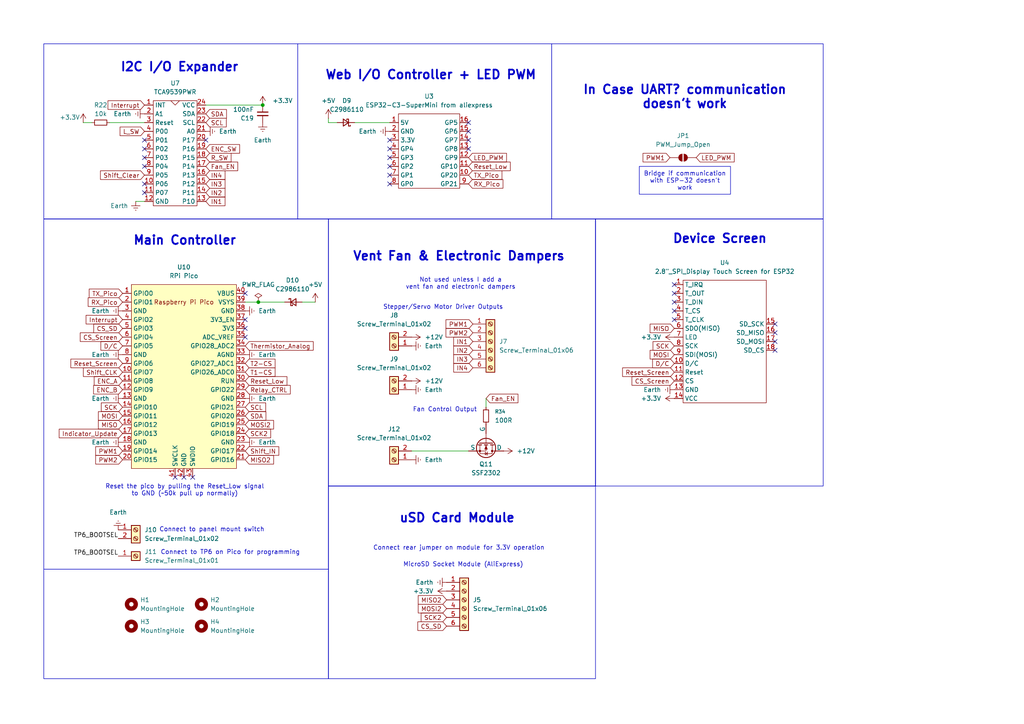
<source format=kicad_sch>
(kicad_sch (version 20250114) (generator "eeschema") (generator_version "9.0")
  (paper "A4")
  (lib_symbols
    (symbol "Arduino-Accesories:2.8{dblquote}_SPI_Display"
      (property "Reference" "U" (at 9.906 2.794 0))
      (property "Value" "2.8\"_SPI_Display Touch Screen for ESP32" (at 11.43 0.762 0))
      (symbol "2.8{dblquote}_SPI_Display_0_1"
        (rectangle (start -2.54 0) (end 21.59 -35.56))
      )
      (symbol "2.8{dblquote}_SPI_Display_1_1"
        (pin bidirectional line (at -5.08 -1.27 0) (length 2.54) (name "T_IRQ") (number "1"))
        (pin bidirectional line (at -5.08 -3.81 0) (length 2.54) (name "T_OUT") (number "2"))
        (pin bidirectional line (at -5.08 -6.35 0) (length 2.54) (name "T_DIN") (number "3"))
        (pin bidirectional line (at -5.08 -8.89 0) (length 2.54) (name "T_CS") (number "4"))
        (pin bidirectional line (at -5.08 -11.43 0) (length 2.54) (name "T_CLK") (number "5"))
        (pin bidirectional line (at -5.08 -13.97 0) (length 2.54) (name "SDO(MISO)") (number "6"))
        (pin bidirectional line (at -5.08 -16.51 0) (length 2.54) (name "LED") (number "7"))
        (pin bidirectional line (at -5.08 -19.05 0) (length 2.54) (name "SCK") (number "8"))
        (pin bidirectional line (at -5.08 -21.59 0) (length 2.54) (name "SDI(MOSI)") (number "9"))
        (pin bidirectional line (at -5.08 -24.13 0) (length 2.54) (name "D/C") (number "10"))
        (pin bidirectional line (at -5.08 -26.67 0) (length 2.54) (name "Reset") (number "11"))
        (pin bidirectional line (at -5.08 -29.21 0) (length 2.54) (name "CS") (number "12"))
        (pin bidirectional line (at -5.08 -31.75 0) (length 2.54) (name "GND") (number "13"))
        (pin bidirectional line (at -5.08 -34.29 0) (length 2.54) (name "VCC") (number "14"))
        (pin bidirectional line (at 24.13 -12.7 180) (length 2.54) (name "SD_SCK") (number "15"))
        (pin bidirectional line (at 24.13 -15.24 180) (length 2.54) (name "SD_MISO") (number "16"))
        (pin bidirectional line (at 24.13 -17.78 180) (length 2.54) (name "SD_MOSI") (number "17"))
        (pin bidirectional line (at 24.13 -20.32 180) (length 2.54) (name "SD_CS") (number "18"))
      )
    )
    (symbol "Connector:Screw_Terminal_01x01" (pin_names (offset 1.016) (hide yes))
      (property "Reference" "J" (at 0 2.54 0))
      (property "Value" "Screw_Terminal_01x01" (at 0 -2.54 0))
      (symbol "Screw_Terminal_01x01_1_1"
        (rectangle (start -1.27 1.27) (end 1.27 -1.27) (stroke (width 0.254)) (fill (type background)))
        (polyline (pts (xy -0.5334 0.3302) (xy 0.3302 -0.508)) (stroke (width 0.1524)))
        (polyline (pts (xy -0.3556 0.508) (xy 0.508 -0.3302)) (stroke (width 0.1524)))
        (circle (center 0 0) (radius 0.635) (stroke (width 0.1524)))
        (pin passive line (at -5.08 0 0) (length 3.81) (name "Pin_1") (number "1"))
      )
    )
    (symbol "Connector:Screw_Terminal_01x02" (pin_names (offset 1.016) (hide yes))
      (property "Reference" "J" (at 0 2.54 0))
      (property "Value" "Screw_Terminal_01x02" (at 0 -5.08 0))
      (symbol "Screw_Terminal_01x02_1_1"
        (rectangle (start -1.27 1.27) (end 1.27 -3.81) (stroke (width 0.254)) (fill (type background)))
        (polyline (pts (xy -0.5334 0.3302) (xy 0.3302 -0.508)) (stroke (width 0.1524)))
        (polyline (pts (xy -0.5334 -2.2098) (xy 0.3302 -3.048)) (stroke (width 0.1524)))
        (polyline (pts (xy -0.3556 0.508) (xy 0.508 -0.3302)) (stroke (width 0.1524)))
        (polyline (pts (xy -0.3556 -2.032) (xy 0.508 -2.8702)) (stroke (width 0.1524)))
        (circle (center 0 0) (radius 0.635) (stroke (width 0.1524)))
        (circle (center 0 -2.54) (radius 0.635) (stroke (width 0.1524)))
        (pin passive line (at -5.08 0 0) (length 3.81) (name "Pin_1") (number "1"))
        (pin passive line (at -5.08 -2.54 0) (length 3.81) (name "Pin_2") (number "2"))
      )
    )
    (symbol "Connector:Screw_Terminal_01x06" (pin_names (offset 1.016) (hide yes))
      (property "Reference" "J" (at 0 7.62 0))
      (property "Value" "Screw_Terminal_01x06" (at 0 -10.16 0))
      (symbol "Screw_Terminal_01x06_1_1"
        (rectangle (start -1.27 6.35) (end 1.27 -8.89) (stroke (width 0.254)) (fill (type background)))
        (polyline (pts (xy -0.5334 5.4102) (xy 0.3302 4.572)) (stroke (width 0.1524)))
        (polyline (pts (xy -0.5334 2.8702) (xy 0.3302 2.032)) (stroke (width 0.1524)))
        (polyline (pts (xy -0.5334 0.3302) (xy 0.3302 -0.508)) (stroke (width 0.1524)))
        (polyline (pts (xy -0.5334 -2.2098) (xy 0.3302 -3.048)) (stroke (width 0.1524)))
        (polyline (pts (xy -0.5334 -4.7498) (xy 0.3302 -5.588)) (stroke (width 0.1524)))
        (polyline (pts (xy -0.5334 -7.2898) (xy 0.3302 -8.128)) (stroke (width 0.1524)))
        (polyline (pts (xy -0.3556 5.588) (xy 0.508 4.7498)) (stroke (width 0.1524)))
        (polyline (pts (xy -0.3556 3.048) (xy 0.508 2.2098)) (stroke (width 0.1524)))
        (polyline (pts (xy -0.3556 0.508) (xy 0.508 -0.3302)) (stroke (width 0.1524)))
        (polyline (pts (xy -0.3556 -2.032) (xy 0.508 -2.8702)) (stroke (width 0.1524)))
        (polyline (pts (xy -0.3556 -4.572) (xy 0.508 -5.4102)) (stroke (width 0.1524)))
        (polyline (pts (xy -0.3556 -7.112) (xy 0.508 -7.9502)) (stroke (width 0.1524)))
        (circle (center 0 5.08) (radius 0.635) (stroke (width 0.1524)))
        (circle (center 0 2.54) (radius 0.635) (stroke (width 0.1524)))
        (circle (center 0 0) (radius 0.635) (stroke (width 0.1524)))
        (circle (center 0 -2.54) (radius 0.635) (stroke (width 0.1524)))
        (circle (center 0 -5.08) (radius 0.635) (stroke (width 0.1524)))
        (circle (center 0 -7.62) (radius 0.635) (stroke (width 0.1524)))
        (pin passive line (at -5.08 5.08 0) (length 3.81) (name "Pin_1") (number "1"))
        (pin passive line (at -5.08 2.54 0) (length 3.81) (name "Pin_2") (number "2"))
        (pin passive line (at -5.08 0 0) (length 3.81) (name "Pin_3") (number "3"))
        (pin passive line (at -5.08 -2.54 0) (length 3.81) (name "Pin_4") (number "4"))
        (pin passive line (at -5.08 -5.08 0) (length 3.81) (name "Pin_5") (number "5"))
        (pin passive line (at -5.08 -7.62 0) (length 3.81) (name "Pin_6") (number "6"))
      )
    )
    (symbol "Device:C_Small" (pin_numbers (hide yes)) (pin_names (offset 0.254) (hide yes))
      (property "Reference" "C" (at 0.254 1.778 0))
      (property "Value" "C_Small" (at 0.254 -2.032 0))
      (symbol "C_Small_0_1"
        (polyline (pts (xy -1.524 0.508) (xy 1.524 0.508)) (stroke (width 0.3048)))
        (polyline (pts (xy -1.524 -0.508) (xy 1.524 -0.508)) (stroke (width 0.3302)))
      )
      (symbol "C_Small_1_1"
        (pin passive line (at 0 2.54 270) (length 2.032) (name "~") (number "1"))
        (pin passive line (at 0 -2.54 90) (length 2.032) (name "~") (number "2"))
      )
    )
    (symbol "Device:D_Schottky_Small" (pin_numbers (hide yes)) (pin_names (offset 0.254) (hide yes))
      (property "Reference" "D" (at -1.27 2.032 0))
      (property "Value" "D_Schottky_Small" (at -7.112 -2.032 0))
      (symbol "D_Schottky_Small_0_1"
        (polyline (pts (xy -1.27 0.762) (xy -1.27 1.016) (xy -0.762 1.016) (xy -0.762 -1.016) (xy -0.254 -1.016) (xy -0.254 -0.762)) (stroke (width 0.254)))
        (polyline (pts (xy -0.762 0) (xy 0.762 0)))
        (polyline (pts (xy 0.762 -1.016) (xy -0.762 0) (xy 0.762 1.016) (xy 0.762 -1.016)) (stroke (width 0.254)))
      )
      (symbol "D_Schottky_Small_1_1"
        (pin passive line (at -2.54 0 0) (length 1.778) (name "K") (number "1"))
        (pin passive line (at 2.54 0 180) (length 1.778) (name "A") (number "2"))
      )
    )
    (symbol "Device:R_Small" (pin_numbers (hide yes)) (pin_names (offset 0.254) (hide yes))
      (property "Reference" "R" (at 0.762 0.508 0))
      (property "Value" "R_Small" (at 0.762 -1.016 0))
      (symbol "R_Small_0_1"
        (rectangle (start -0.762 1.778) (end 0.762 -1.778) (stroke (width 0.2032)))
      )
      (symbol "R_Small_1_1"
        (pin passive line (at 0 2.54 270) (length 0.762) (name "~") (number "1"))
        (pin passive line (at 0 -2.54 90) (length 0.762) (name "~") (number "2"))
      )
    )
    (symbol "ESP32:ESP32-C3-SuperMini"
      (property "Reference" "U" (at 0 1.016 0))
      (property "Value" "ESP32-C3-SuperMini from aliexpress" (at 0 1.016 0))
      (symbol "ESP32-C3-SuperMini_0_1"
        (rectangle (start -8.89 0) (end 8.89 -21.59))
      )
      (symbol "ESP32-C3-SuperMini_1_1"
        (pin bidirectional line (at -11.43 -2.54 0) (length 2.54) (name "5V") (number "1"))
        (pin bidirectional line (at -11.43 -5.08 0) (length 2.54) (name "GND") (number "2"))
        (pin bidirectional line (at -11.43 -7.62 0) (length 2.54) (name "3.3V") (number "3"))
        (pin bidirectional line (at -11.43 -10.16 0) (length 2.54) (name "GP4") (number "4"))
        (pin bidirectional line (at -11.43 -12.7 0) (length 2.54) (name "GP3") (number "5"))
        (pin bidirectional line (at -11.43 -15.24 0) (length 2.54) (name "GP2") (number "6"))
        (pin bidirectional line (at -11.43 -17.78 0) (length 2.54) (name "GP1") (number "7"))
        (pin bidirectional line (at -11.43 -20.32 0) (length 2.54) (name "GP0") (number "8"))
        (pin bidirectional line (at 11.43 -2.54 180) (length 2.54) (name "GP5") (number "16"))
        (pin bidirectional line (at 11.43 -5.08 180) (length 2.54) (name "GP6") (number "15"))
        (pin bidirectional line (at 11.43 -7.62 180) (length 2.54) (name "GP7") (number "14"))
        (pin bidirectional line (at 11.43 -10.16 180) (length 2.54) (name "GP8") (number "13"))
        (pin bidirectional line (at 11.43 -12.7 180) (length 2.54) (name "GP9") (number "12"))
        (pin bidirectional line (at 11.43 -15.24 180) (length 2.54) (name "GP10") (number "11"))
        (pin bidirectional line (at 11.43 -17.78 180) (length 2.54) (name "GP20") (number "10"))
        (pin bidirectional line (at 11.43 -20.32 180) (length 2.54) (name "GP21") (number "9"))
      )
    )
    (symbol "Integrated-Circuits:TCA9539PWR"
      (property "Reference" "U" (at 0 1.524 0))
      (property "Value" "TCA9539PWR" (at 0 0 0))
      (symbol "TCA9539PWR_0_1"
        (rectangle (start -6.35 -1.27) (end 6.35 -31.75))
        (polyline (pts (xy -1.27 -1.27) (xy 0 -2.54) (xy 1.27 -1.27)))
      )
      (symbol "TCA9539PWR_1_1"
        (pin bidirectional line (at -8.89 -2.54 0) (length 2.54) (name "INT") (number "1"))
        (pin bidirectional line (at -8.89 -5.08 0) (length 2.54) (name "A1") (number "2"))
        (pin bidirectional line (at -8.89 -7.62 0) (length 2.54) (name "Reset") (number "3"))
        (pin bidirectional line (at -8.89 -10.16 0) (length 2.54) (name "P00") (number "4"))
        (pin bidirectional line (at -8.89 -12.7 0) (length 2.54) (name "P01") (number "5"))
        (pin bidirectional line (at -8.89 -15.24 0) (length 2.54) (name "P02") (number "6"))
        (pin bidirectional line (at -8.89 -17.78 0) (length 2.54) (name "P03") (number "7"))
        (pin bidirectional line (at -8.89 -20.32 0) (length 2.54) (name "P04") (number "8"))
        (pin bidirectional line (at -8.89 -22.86 0) (length 2.54) (name "P05") (number "9"))
        (pin bidirectional line (at -8.89 -25.4 0) (length 2.54) (name "P06") (number "10"))
        (pin bidirectional line (at -8.89 -27.94 0) (length 2.54) (name "P07") (number "11"))
        (pin bidirectional line (at -8.89 -30.48 0) (length 2.54) (name "GND") (number "12"))
        (pin bidirectional line (at 8.89 -2.54 180) (length 2.54) (name "VCC") (number "24"))
        (pin bidirectional line (at 8.89 -5.08 180) (length 2.54) (name "SDA") (number "23"))
        (pin bidirectional line (at 8.89 -7.62 180) (length 2.54) (name "SCL") (number "22"))
        (pin bidirectional line (at 8.89 -10.16 180) (length 2.54) (name "A0") (number "21"))
        (pin bidirectional line (at 8.89 -12.7 180) (length 2.54) (name "P17") (number "20"))
        (pin bidirectional line (at 8.89 -15.24 180) (length 2.54) (name "P16") (number "19"))
        (pin bidirectional line (at 8.89 -17.78 180) (length 2.54) (name "P15") (number "18"))
        (pin bidirectional line (at 8.89 -20.32 180) (length 2.54) (name "P14") (number "17"))
        (pin bidirectional line (at 8.89 -22.86 180) (length 2.54) (name "P13") (number "16"))
        (pin bidirectional line (at 8.89 -25.4 180) (length 2.54) (name "P12") (number "15"))
        (pin bidirectional line (at 8.89 -27.94 180) (length 2.54) (name "P11") (number "14"))
        (pin bidirectional line (at 8.89 -30.48 180) (length 2.54) (name "P10") (number "13"))
      )
    )
    (symbol "Jumper:SolderJumper_2_Open" (pin_numbers (hide yes)) (pin_names (offset 0) (hide yes)) (exclude_from_sim yes) (in_bom no)
      (property "Reference" "JP" (at 0 2.032 0))
      (property "Value" "SolderJumper_2_Open" (at 0 -2.54 0))
      (symbol "SolderJumper_2_Open_0_1"
        (polyline (pts (xy -0.254 1.016) (xy -0.254 -1.016)))
        (arc (start -0.254 -1.016) (mid -1.2656 0) (end -0.254 1.016))
        (arc (start -0.254 -1.016) (mid -1.2656 0) (end -0.254 1.016) (fill (type outline)))
        (arc (start 0.254 1.016) (mid 1.2656 0) (end 0.254 -1.016))
        (arc (start 0.254 1.016) (mid 1.2656 0) (end 0.254 -1.016) (fill (type outline)))
        (polyline (pts (xy 0.254 1.016) (xy 0.254 -1.016)))
      )
      (symbol "SolderJumper_2_Open_1_1"
        (pin passive line (at -3.81 0 0) (length 2.54) (name "A") (number "1"))
        (pin passive line (at 3.81 0 180) (length 2.54) (name "B") (number "2"))
      )
    )
    (symbol "MCU_RaspberryPi_and_Boards:Pico"
      (property "Reference" "U" (at -13.97 27.94 0))
      (property "Value" "Pico" (at 0 19.05 0))
      (symbol "Pico_0_0"
        (text "Raspberry Pi Pico" (at 0 21.59 0) (effects (font (size 1.27 1.27))))
      )
      (symbol "Pico_0_1"
        (rectangle (start -15.24 26.67) (end 15.24 -26.67) (fill (type background)))
      )
      (symbol "Pico_1_1"
        (pin bidirectional line (at -17.78 24.13 0) (length 2.54) (name "GPIO0") (number "1"))
        (pin bidirectional line (at -17.78 21.59 0) (length 2.54) (name "GPIO1") (number "2"))
        (pin power_in line (at -17.78 19.05 0) (length 2.54) (name "GND") (number "3"))
        (pin bidirectional line (at -17.78 16.51 0) (length 2.54) (name "GPIO2") (number "4"))
        (pin bidirectional line (at -17.78 13.97 0) (length 2.54) (name "GPIO3") (number "5"))
        (pin bidirectional line (at -17.78 11.43 0) (length 2.54) (name "GPIO4") (number "6"))
        (pin bidirectional line (at -17.78 8.89 0) (length 2.54) (name "GPIO5") (number "7"))
        (pin power_in line (at -17.78 6.35 0) (length 2.54) (name "GND") (number "8"))
        (pin bidirectional line (at -17.78 3.81 0) (length 2.54) (name "GPIO6") (number "9"))
        (pin bidirectional line (at -17.78 1.27 0) (length 2.54) (name "GPIO7") (number "10"))
        (pin bidirectional line (at -17.78 -1.27 0) (length 2.54) (name "GPIO8") (number "11"))
        (pin bidirectional line (at -17.78 -3.81 0) (length 2.54) (name "GPIO9") (number "12"))
        (pin power_in line (at -17.78 -6.35 0) (length 2.54) (name "GND") (number "13"))
        (pin bidirectional line (at -17.78 -8.89 0) (length 2.54) (name "GPIO10") (number "14"))
        (pin bidirectional line (at -17.78 -11.43 0) (length 2.54) (name "GPIO11") (number "15"))
        (pin bidirectional line (at -17.78 -13.97 0) (length 2.54) (name "GPIO12") (number "16"))
        (pin bidirectional line (at -17.78 -16.51 0) (length 2.54) (name "GPIO13") (number "17"))
        (pin power_in line (at -17.78 -19.05 0) (length 2.54) (name "GND") (number "18"))
        (pin bidirectional line (at -17.78 -21.59 0) (length 2.54) (name "GPIO14") (number "19"))
        (pin bidirectional line (at -17.78 -24.13 0) (length 2.54) (name "GPIO15") (number "20"))
        (pin input line (at -2.54 -29.21 90) (length 2.54) (name "SWCLK") (number "41"))
        (pin power_in line (at 0 -29.21 90) (length 2.54) (name "GND") (number "42"))
        (pin bidirectional line (at 2.54 -29.21 90) (length 2.54) (name "SWDIO") (number "43"))
        (pin power_in line (at 17.78 24.13 180) (length 2.54) (name "VBUS") (number "40"))
        (pin power_in line (at 17.78 21.59 180) (length 2.54) (name "VSYS") (number "39"))
        (pin bidirectional line (at 17.78 19.05 180) (length 2.54) (name "GND") (number "38"))
        (pin input line (at 17.78 16.51 180) (length 2.54) (name "3V3_EN") (number "37"))
        (pin power_in line (at 17.78 13.97 180) (length 2.54) (name "3V3") (number "36"))
        (pin power_in line (at 17.78 11.43 180) (length 2.54) (name "ADC_VREF") (number "35"))
        (pin bidirectional line (at 17.78 8.89 180) (length 2.54) (name "GPIO28_ADC2") (number "34"))
        (pin power_in line (at 17.78 6.35 180) (length 2.54) (name "AGND") (number "33"))
        (pin bidirectional line (at 17.78 3.81 180) (length 2.54) (name "GPIO27_ADC1") (number "32"))
        (pin bidirectional line (at 17.78 1.27 180) (length 2.54) (name "GPIO26_ADC0") (number "31"))
        (pin input line (at 17.78 -1.27 180) (length 2.54) (name "RUN") (number "30"))
        (pin bidirectional line (at 17.78 -3.81 180) (length 2.54) (name "GPIO22") (number "29"))
        (pin power_in line (at 17.78 -6.35 180) (length 2.54) (name "GND") (number "28"))
        (pin bidirectional line (at 17.78 -8.89 180) (length 2.54) (name "GPIO21") (number "27"))
        (pin bidirectional line (at 17.78 -11.43 180) (length 2.54) (name "GPIO20") (number "26"))
        (pin bidirectional line (at 17.78 -13.97 180) (length 2.54) (name "GPIO19") (number "25"))
        (pin bidirectional line (at 17.78 -16.51 180) (length 2.54) (name "GPIO18") (number "24"))
        (pin power_in line (at 17.78 -19.05 180) (length 2.54) (name "GND") (number "23"))
        (pin bidirectional line (at 17.78 -21.59 180) (length 2.54) (name "GPIO17") (number "22"))
        (pin bidirectional line (at 17.78 -24.13 180) (length 2.54) (name "GPIO16") (number "21"))
      )
    )
    (symbol "Mechanical:MountingHole" (pin_names (offset 1.016)) (exclude_from_sim yes) (in_bom no)
      (property "Reference" "H" (at 0 5.08 0))
      (property "Value" "MountingHole" (at 0 3.175 0))
      (symbol "MountingHole_0_1"
        (circle (center 0 0) (radius 1.27) (stroke (width 1.27)))
      )
    )
    (symbol "R_Small_1" (pin_numbers (hide yes)) (pin_names (offset 0.254) (hide yes))
      (property "Reference" "R" (at 0 0 90))
      (property "Value" "R_Small" (at 1.778 0 90))
      (symbol "R_Small_1_0_1"
        (rectangle (start -0.762 1.778) (end 0.762 -1.778) (stroke (width 0.2032)))
      )
      (symbol "R_Small_1_1_1"
        (pin passive line (at 0 2.54 270) (length 0.762) (name "~") (number "1"))
        (pin passive line (at 0 -2.54 90) (length 0.762) (name "~") (number "2"))
      )
    )
    (symbol "Simulation_SPICE:NMOS" (pin_numbers (hide yes)) (pin_names (offset 0))
      (property "Reference" "Q" (at 5.08 1.27 0))
      (property "Value" "NMOS" (at 5.08 -1.27 0))
      (symbol "NMOS_0_1"
        (polyline (pts (xy 0.254 1.905) (xy 0.254 -1.905)) (stroke (width 0.254)))
        (polyline (pts (xy 0.254 0) (xy -2.54 0)))
        (polyline (pts (xy 0.762 2.286) (xy 0.762 1.27)) (stroke (width 0.254)))
        (polyline (pts (xy 0.762 0.508) (xy 0.762 -0.508)) (stroke (width 0.254)))
        (polyline (pts (xy 0.762 -1.27) (xy 0.762 -2.286)) (stroke (width 0.254)))
        (polyline (pts (xy 0.762 -1.778) (xy 3.302 -1.778) (xy 3.302 1.778) (xy 0.762 1.778)))
        (polyline (pts (xy 1.016 0) (xy 2.032 0.381) (xy 2.032 -0.381) (xy 1.016 0)) (fill (type outline)))
        (circle (center 1.651 0) (radius 2.794) (stroke (width 0.254)))
        (polyline (pts (xy 2.54 2.54) (xy 2.54 1.778)))
        (circle (center 2.54 1.778) (radius 0.254) (fill (type outline)))
        (circle (center 2.54 -1.778) (radius 0.254) (fill (type outline)))
        (polyline (pts (xy 2.54 -2.54) (xy 2.54 0) (xy 0.762 0)))
        (polyline (pts (xy 2.794 0.508) (xy 2.921 0.381) (xy 3.683 0.381) (xy 3.81 0.254)))
        (polyline (pts (xy 3.302 0.381) (xy 2.921 -0.254) (xy 3.683 -0.254) (xy 3.302 0.381)))
      )
      (symbol "NMOS_1_1"
        (pin input line (at -5.08 0 0) (length 2.54) (name "G") (number "2"))
        (pin passive line (at 2.54 5.08 270) (length 2.54) (name "D") (number "1"))
        (pin passive line (at 2.54 -5.08 90) (length 2.54) (name "S") (number "3"))
      )
    )
    (symbol "power:+12V" (power) (pin_numbers (hide yes)) (pin_names (offset 0) (hide yes))
      (property "Value" "+12V" (at 0 3.556 0))
      (symbol "+12V_0_1"
        (polyline (pts (xy -0.762 1.27) (xy 0 2.54)))
        (polyline (pts (xy 0 2.54) (xy 0.762 1.27)))
        (polyline (pts (xy 0 0) (xy 0 2.54)))
      )
      (symbol "+12V_1_1"
        (pin power_in line (at 0 0 90) (length 0) (name "~") (number "1"))
      )
    )
    (symbol "power:+3.3V" (power) (pin_numbers (hide yes)) (pin_names (offset 0) (hide yes))
      (property "Value" "+3.3V" (at 0 3.556 0))
      (symbol "+3.3V_0_1"
        (polyline (pts (xy -0.762 1.27) (xy 0 2.54)))
        (polyline (pts (xy 0 2.54) (xy 0.762 1.27)))
        (polyline (pts (xy 0 0) (xy 0 2.54)))
      )
      (symbol "+3.3V_1_1"
        (pin power_in line (at 0 0 90) (length 0) (name "~") (number "1"))
      )
    )
    (symbol "power:+5V" (power) (pin_numbers (hide yes)) (pin_names (offset 0) (hide yes))
      (property "Value" "+5V" (at 0 3.556 0))
      (symbol "+5V_0_1"
        (polyline (pts (xy -0.762 1.27) (xy 0 2.54)))
        (polyline (pts (xy 0 2.54) (xy 0.762 1.27)))
        (polyline (pts (xy 0 0) (xy 0 2.54)))
      )
      (symbol "+5V_1_1"
        (pin power_in line (at 0 0 90) (length 0) (name "~") (number "1"))
      )
    )
    (symbol "power:Earth" (power) (pin_numbers (hide yes)) (pin_names (offset 0) (hide yes))
      (property "Value" "Earth" (at 0 -3.81 0))
      (symbol "Earth_0_1"
        (polyline (pts (xy -0.635 -1.905) (xy 0.635 -1.905)))
        (polyline (pts (xy -0.127 -2.54) (xy 0.127 -2.54)))
        (polyline (pts (xy 0 -1.27) (xy 0 0)))
        (polyline (pts (xy 1.27 -1.27) (xy -1.27 -1.27)))
      )
      (symbol "Earth_1_1"
        (pin power_in line (at 0 0 270) (length 0) (name "~") (number "1"))
      )
    )
    (symbol "power:PWR_FLAG" (power) (pin_numbers (hide yes)) (pin_names (offset 0) (hide yes))
      (property "Value" "PWR_FLAG" (at 0 3.81 0))
      (symbol "PWR_FLAG_0_0"
        (pin power_out line (at 0 0 90) (length 0) (name "~") (number "1"))
      )
      (symbol "PWR_FLAG_0_1"
        (polyline (pts (xy 0 0) (xy 0 1.27) (xy -1.016 1.905) (xy 0 2.54) (xy 1.016 1.905) (xy 0 1.27)))
      )
    )
  )
  (rectangle (start 95.25 140.97) (end 172.72 196.85))
  (rectangle (start 12.7 63.5) (end 95.25 165.1))
  (rectangle (start 12.7 165.1) (end 95.25 196.85))
  (rectangle (start 172.72 63.5) (end 238.76 140.97))
  (rectangle (start 12.7 12.7) (end 86.36 63.5))
  (rectangle (start 95.25 63.5) (end 172.72 140.97))
  (rectangle (start 160.02 12.7) (end 238.76 63.5))
  (rectangle (start 86.36 12.7) (end 160.02 63.5))
  (text "Main Controller" (at 53.594 69.85 0) (effects (font (size 2.54 2.54) (thickness 0.508) (bold yes))))
  (text "I2C I/O Expander" (at 52.07 19.558 0) (effects (font (size 2.54 2.54) (thickness 0.508) (bold yes))))
  (text "Connect rear jumper on module for 3.3V operation" (at 133.096 159.004 0) (effects (font (size 1.27 1.27))))
  (text "Device Screen" (at 208.788 69.342 0) (effects (font (size 2.54 2.54) (thickness 0.508) (bold yes))))
  (text "uSD Card Module" (at 132.588 150.368 0) (effects (font (size 2.54 2.54) (thickness 0.508) (bold yes))))
  (text "MicroSD Socket Module (AliExpress)" (at 134.366 163.83 0) (effects (font (size 1.27 1.27))))
  (text "In Case UART? communication\ndoesn't work" (at 198.628 28.194 0) (effects (font (size 2.54 2.54) (thickness 0.508) (bold yes))))
  (text "Not used unless I add a\nvent fan and electronic dampers" (at 133.604 82.296 0) (effects (font (size 1.27 1.27))))
  (text "Fan Control Output" (at 129.032 118.872 0) (effects (font (size 1.27 1.27))))
  (text "Web I/O Controller + LED PWM" (at 124.968 21.844 0) (effects (font (size 2.54 2.54) (thickness 0.508) (bold yes))))
  (text "Reset the pico by pulling the Reset_Low signal\nto GND (~50k pull up normally)" (at 53.594 142.24 0) (effects (font (size 1.27 1.27) (thickness 0.1588))))
  (text "Connect to panel mount switch" (at 61.468 153.67 0) (effects (font (size 1.27 1.27) (thickness 0.1588))))
  (text "Vent Fan & Electronic Dampers" (at 133.096 74.422 0) (effects (font (size 2.54 2.54) (thickness 0.508) (bold yes))))
  (text "Connect to TP6 on Pico for programming" (at 66.802 160.274 0) (effects (font (size 1.27 1.27) (thickness 0.1588))))
  (text "Stepper/Servo Motor Driver Outputs" (at 128.524 89.154 0) (effects (font (size 1.27 1.27))))
  (text_box "Bridge if communication with ESP-32 doesn't work" (at 185.42 48.26 0) (size 26.4627 8.0701) (margins 0.9525 0.9525 0.9525 0.9525) (effects (font (size 1.27 1.27))))
  (junction (at 74.93 87.63))
  (junction (at 76.2 30.48))
  (no_connect (at 195.58 90.17))
  (no_connect (at 195.58 92.71))
  (no_connect (at 195.58 87.63))
  (no_connect (at 224.79 99.06))
  (no_connect (at 113.03 53.34))
  (no_connect (at 135.89 40.64))
  (no_connect (at 135.89 35.56))
  (no_connect (at 41.91 48.26))
  (no_connect (at 59.69 40.64))
  (no_connect (at 113.03 43.18))
  (no_connect (at 55.88 138.43))
  (no_connect (at 71.12 97.79))
  (no_connect (at 71.12 85.09))
  (no_connect (at 113.03 40.64))
  (no_connect (at 41.91 55.88))
  (no_connect (at 113.03 50.8))
  (no_connect (at 41.91 43.18))
  (no_connect (at 71.12 92.71))
  (no_connect (at 41.91 53.34))
  (no_connect (at 50.8 138.43))
  (no_connect (at 224.79 101.6))
  (no_connect (at 135.89 43.18))
  (no_connect (at 41.91 40.64))
  (no_connect (at 113.03 48.26))
  (no_connect (at 41.91 45.72))
  (no_connect (at 71.12 95.25))
  (no_connect (at 53.34 138.43))
  (no_connect (at 224.79 96.52))
  (no_connect (at 195.58 85.09))
  (no_connect (at 224.79 93.98))
  (no_connect (at 195.58 82.55))
  (no_connect (at 113.03 45.72))
  (no_connect (at 135.89 38.1))
  (wire (pts (xy 31.75 35.56) (xy 41.91 35.56)))
  (wire (pts (xy 24.13 35.56) (xy 26.67 35.56)))
  (wire (pts (xy 71.12 87.63) (xy 74.93 87.63)))
  (wire (pts (xy 59.69 30.48) (xy 76.2 30.48)))
  (wire (pts (xy 95.25 35.56) (xy 97.79 35.56)))
  (wire (pts (xy 95.25 34.29) (xy 95.25 35.56)))
  (wire (pts (xy 119.38 130.81) (xy 135.89 130.81)))
  (wire (pts (xy 39.37 58.42) (xy 41.91 58.42)))
  (wire (pts (xy 74.93 87.63) (xy 82.55 87.63)))
  (wire (pts (xy 140.97 115.57) (xy 140.97 118.11)))
  (wire (pts (xy 87.63 87.63) (xy 91.44 87.63)))
  (wire (pts (xy 102.87 35.56) (xy 113.03 35.56)))
  (label "TP6_BOOTSEL" (at 34.29 161.29 180) (effects (font (thickness 0.1588))))
  (label "TP6_BOOTSEL" (at 34.29 156.21 180) (effects (font (thickness 0.1588))))
  (global_label "MOSI2" (shape input) (at 129.54 176.53 180) (property "Intersheetrefs" "${INTERSHEET_REFS}" (effects (hide yes))))
  (global_label "RX_Pico" (shape input) (at 35.56 87.63 180) (property "Intersheetrefs" "${INTERSHEET_REFS}" (effects (hide yes))))
  (global_label "IN4" (shape input) (at 59.69 50.8 0) (property "Intersheetrefs" "${INTERSHEET_REFS}" (effects (hide yes))))
  (global_label "Reset_Low" (shape input) (at 71.12 110.49 0) (property "Intersheetrefs" "${INTERSHEET_REFS}" (effects (hide yes))))
  (global_label "SCK2" (shape input) (at 129.54 179.07 180) (property "Intersheetrefs" "${INTERSHEET_REFS}" (effects (hide yes))))
  (global_label "PWM2" (shape input) (at 35.56 133.35 180) (property "Intersheetrefs" "${INTERSHEET_REFS}" (effects (hide yes))))
  (global_label "LED_PWM" (shape input) (at 201.93 45.72 0) (property "Intersheetrefs" "${INTERSHEET_REFS}" (effects (hide yes))))
  (global_label "MISO" (shape input) (at 195.58 95.25 180) (property "Intersheetrefs" "${INTERSHEET_REFS}" (effects (hide yes))))
  (global_label "SCK" (shape input) (at 35.56 118.11 180) (property "Intersheetrefs" "${INTERSHEET_REFS}" (effects (hide yes))))
  (global_label "TX_Pico" (shape input) (at 35.56 85.09 180) (property "Intersheetrefs" "${INTERSHEET_REFS}" (effects (hide yes))))
  (global_label "IN4" (shape input) (at 137.16 106.68 180) (property "Intersheetrefs" "${INTERSHEET_REFS}" (effects (hide yes))))
  (global_label "MISO2" (shape input) (at 71.12 133.35 0) (property "Intersheetrefs" "${INTERSHEET_REFS}" (effects (hide yes))))
  (global_label "PWM1" (shape input) (at 35.56 130.81 180) (property "Intersheetrefs" "${INTERSHEET_REFS}" (effects (hide yes))))
  (global_label "Fan_EN" (shape input) (at 59.69 48.26 0) (property "Intersheetrefs" "${INTERSHEET_REFS}" (effects (hide yes))))
  (global_label "ENC_A" (shape input) (at 35.56 110.49 180) (property "Intersheetrefs" "${INTERSHEET_REFS}" (effects (hide yes))))
  (global_label "SCK" (shape input) (at 195.58 100.33 180) (property "Intersheetrefs" "${INTERSHEET_REFS}" (effects (hide yes))))
  (global_label "L_SW" (shape input) (at 41.91 38.1 180) (property "Intersheetrefs" "${INTERSHEET_REFS}" (effects (hide yes))))
  (global_label "Shift_IN" (shape input) (at 71.12 130.81 0) (property "Intersheetrefs" "${INTERSHEET_REFS}" (effects (hide yes))))
  (global_label "CS_Screen" (shape input) (at 195.58 110.49 180) (property "Intersheetrefs" "${INTERSHEET_REFS}" (effects (hide yes))))
  (global_label "PWM2" (shape input) (at 137.16 96.52 180) (property "Intersheetrefs" "${INTERSHEET_REFS}" (effects (hide yes))))
  (global_label "Reset_Screen" (shape input) (at 35.56 105.41 180) (property "Intersheetrefs" "${INTERSHEET_REFS}" (effects (hide yes))))
  (global_label "Interrupt" (shape input) (at 35.56 92.71 180) (property "Intersheetrefs" "${INTERSHEET_REFS}" (effects (hide yes))))
  (global_label "IN1" (shape input) (at 137.16 99.06 180) (property "Intersheetrefs" "${INTERSHEET_REFS}" (effects (hide yes))))
  (global_label "D{slash}C" (shape input) (at 35.56 100.33 180) (property "Intersheetrefs" "${INTERSHEET_REFS}" (effects (hide yes))))
  (global_label "Shift_CLK" (shape input) (at 35.56 107.95 180) (property "Intersheetrefs" "${INTERSHEET_REFS}" (effects (hide yes))))
  (global_label "SDA" (shape input) (at 71.12 120.65 0) (property "Intersheetrefs" "${INTERSHEET_REFS}" (effects (hide yes))))
  (global_label "Interrupt" (shape input) (at 41.91 30.48 180) (property "Intersheetrefs" "${INTERSHEET_REFS}" (effects (hide yes))))
  (global_label "MISO2" (shape input) (at 129.54 173.99 180) (property "Intersheetrefs" "${INTERSHEET_REFS}" (effects (hide yes))))
  (global_label "MOSI2" (shape input) (at 71.12 123.19 0) (property "Intersheetrefs" "${INTERSHEET_REFS}" (effects (hide yes))))
  (global_label "R_SW" (shape input) (at 59.69 45.72 0) (property "Intersheetrefs" "${INTERSHEET_REFS}" (effects (hide yes))))
  (global_label "TX_Pico" (shape input) (at 135.89 50.8 0) (property "Intersheetrefs" "${INTERSHEET_REFS}" (effects (hide yes))))
  (global_label "T2-CS" (shape input) (at 71.12 105.41 0) (property "Intersheetrefs" "${INTERSHEET_REFS}" (effects (hide yes))))
  (global_label "Fan_EN" (shape input) (at 140.97 115.57 0) (property "Intersheetrefs" "${INTERSHEET_REFS}" (effects (hide yes))))
  (global_label "SCK2" (shape input) (at 71.12 125.73 0) (property "Intersheetrefs" "${INTERSHEET_REFS}" (effects (hide yes))))
  (global_label "IN1" (shape input) (at 59.69 58.42 0) (property "Intersheetrefs" "${INTERSHEET_REFS}" (effects (hide yes))))
  (global_label "IN3" (shape input) (at 59.69 53.34 0) (property "Intersheetrefs" "${INTERSHEET_REFS}" (effects (hide yes))))
  (global_label "CS_Screen" (shape input) (at 35.56 97.79 180) (property "Intersheetrefs" "${INTERSHEET_REFS}" (effects (hide yes))))
  (global_label "Shift_Clear" (shape input) (at 41.91 50.8 180) (property "Intersheetrefs" "${INTERSHEET_REFS}" (effects (hide yes))))
  (global_label "LED_PWM" (shape input) (at 135.89 45.72 0) (property "Intersheetrefs" "${INTERSHEET_REFS}" (effects (hide yes))))
  (global_label "CS_SD" (shape input) (at 129.54 181.61 180) (property "Intersheetrefs" "${INTERSHEET_REFS}" (effects (hide yes))))
  (global_label "PWM1" (shape input) (at 194.31 45.72 180) (property "Intersheetrefs" "${INTERSHEET_REFS}" (effects (hide yes))))
  (global_label "IN3" (shape input) (at 137.16 104.14 180) (property "Intersheetrefs" "${INTERSHEET_REFS}" (effects (hide yes))))
  (global_label "ENC_SW" (shape input) (at 59.69 43.18 0) (property "Intersheetrefs" "${INTERSHEET_REFS}" (effects (hide yes))))
  (global_label "IN2" (shape input) (at 137.16 101.6 180) (property "Intersheetrefs" "${INTERSHEET_REFS}" (effects (hide yes))))
  (global_label "SCL" (shape input) (at 71.12 118.11 0) (property "Intersheetrefs" "${INTERSHEET_REFS}" (effects (hide yes))))
  (global_label "Indicator_Update" (shape input) (at 35.56 125.73 180) (property "Intersheetrefs" "${INTERSHEET_REFS}" (effects (hide yes))))
  (global_label "PWM1" (shape input) (at 137.16 93.98 180) (property "Intersheetrefs" "${INTERSHEET_REFS}" (effects (hide yes))))
  (global_label "Reset_Screen" (shape input) (at 195.58 107.95 180) (property "Intersheetrefs" "${INTERSHEET_REFS}" (effects (hide yes))))
  (global_label "T1-CS" (shape input) (at 71.12 107.95 0) (property "Intersheetrefs" "${INTERSHEET_REFS}" (effects (hide yes))))
  (global_label "CS_SD" (shape input) (at 35.56 95.25 180) (property "Intersheetrefs" "${INTERSHEET_REFS}" (effects (hide yes))))
  (global_label "Thermistor_Analog" (shape input) (at 71.12 100.33 0) (property "Intersheetrefs" "${INTERSHEET_REFS}" (effects (hide yes))))
  (global_label "D{slash}C" (shape input) (at 195.58 105.41 180) (property "Intersheetrefs" "${INTERSHEET_REFS}" (effects (hide yes))))
  (global_label "SDA" (shape input) (at 59.69 33.02 0) (property "Intersheetrefs" "${INTERSHEET_REFS}" (effects (hide yes))))
  (global_label "MOSI" (shape input) (at 195.58 102.87 180) (property "Intersheetrefs" "${INTERSHEET_REFS}" (effects (hide yes))))
  (global_label "Relay_CTRL" (shape input) (at 71.12 113.03 0) (property "Intersheetrefs" "${INTERSHEET_REFS}" (effects (hide yes))))
  (global_label "MISO" (shape input) (at 35.56 123.19 180) (property "Intersheetrefs" "${INTERSHEET_REFS}" (effects (hide yes))))
  (global_label "MOSI" (shape input) (at 35.56 120.65 180) (property "Intersheetrefs" "${INTERSHEET_REFS}" (effects (hide yes))))
  (global_label "Reset_Low" (shape input) (at 135.89 48.26 0) (property "Intersheetrefs" "${INTERSHEET_REFS}" (effects (hide yes))))
  (global_label "IN2" (shape input) (at 59.69 55.88 0) (property "Intersheetrefs" "${INTERSHEET_REFS}" (effects (hide yes))))
  (global_label "RX_Pico" (shape input) (at 135.89 53.34 0) (property "Intersheetrefs" "${INTERSHEET_REFS}" (effects (hide yes))))
  (global_label "ENC_B" (shape input) (at 35.56 113.03 180) (property "Intersheetrefs" "${INTERSHEET_REFS}" (effects (hide yes))))
  (global_label "SCL" (shape input) (at 59.69 35.56 0) (property "Intersheetrefs" "${INTERSHEET_REFS}" (effects (hide yes))))
  (symbol (lib_id "Connector:Screw_Terminal_01x02") (at 114.3 100.33 180) (unit 1)
    (property "Reference" "J8" (at 114.3 91.44 0))
    (property "Value" "Screw_Terminal_01x02" (at 114.3 93.98 0))
    (property "Footprint" "Connectors_Terminals:1x2 5.08mm Screw Terminal" (effects (hide yes)))
    (property "Description" "Generic screw terminal, single row, 01x02, script generated (kicad-library-utils/schlib/autogen/connector/)" (effects (hide yes)))
  )
  (symbol (lib_id "power:+12V") (at 119.38 110.49 270) (unit 1)
    (property "Reference" "#PWR060" (effects (hide yes)))
    (property "Value" "+12V" (at 123.19 110.4901 90) (effects (justify left)))
    (property "Description" "Power symbol creates a global label with name \"+12V\"" (effects (hide yes)))
  )
  (symbol (lib_id "power:Earth") (at 71.12 102.87 90) (unit 1)
    (property "Reference" "#PWR076" (effects (hide yes)))
    (property "Value" "Earth" (at 74.93 102.8699 90) (effects (justify right)))
    (property "Description" "Power symbol creates a global label with name \"Earth\"" (effects (hide yes)))
  )
  (symbol (lib_id "power:Earth") (at 71.12 115.57 90) (unit 1)
    (property "Reference" "#PWR075" (effects (hide yes)))
    (property "Value" "Earth" (at 74.93 115.5699 90) (effects (justify right)))
    (property "Description" "Power symbol creates a global label with name \"Earth\"" (effects (hide yes)))
  )
  (symbol (lib_id "power:+3.3V") (at 24.13 35.56 0) (unit 1)
    (property "Reference" "#PWR064" (effects (hide yes)))
    (property "Value" "+3.3V" (at 17.272 34.036 0) (effects (justify left)))
    (property "Description" "Power symbol creates a global label with name \"+3.3V\"" (effects (hide yes)))
  )
  (symbol (lib_id "Mechanical:MountingHole") (at 38.1 175.26 0) (unit 1) (exclude_from_sim yes) (in_bom no)
    (property "Reference" "H1" (at 40.64 173.9899 0) (effects (justify left)))
    (property "Value" "MountingHole" (at 40.64 176.5299 0) (effects (justify left)))
    (property "Footprint" "MountingHole:MountingHole_4mm_Pad" (effects (hide yes)))
    (property "Description" "Mounting Hole without connection" (effects (hide yes)))
  )
  (symbol (lib_id "power:Earth") (at 39.37 58.42 0) (unit 1)
    (property "Reference" "#PWR066" (effects (hide yes)))
    (property "Value" "Earth" (at 32.004 59.69 0) (effects (justify left)))
    (property "Description" "Power symbol creates a global label with name \"Earth\"" (effects (hide yes)))
  )
  (symbol (lib_id "power:+3.3V") (at 129.54 171.45 90) (unit 1)
    (property "Reference" "#PWR027" (effects (hide yes)))
    (property "Value" "+3.3V" (at 125.73 171.4499 90) (effects (justify left)))
    (property "Description" "Power symbol creates a global label with name \"+3.3V\"" (effects (hide yes)))
  )
  (symbol (lib_id "Device:D_Schottky_Small") (at 85.09 87.63 0) (unit 1)
    (property "Reference" "D10" (at 84.836 81.28 0))
    (property "Value" "C2986110" (at 84.836 83.82 0))
    (property "Footprint" "Diode_SMD:D_SMA_Handsoldering" (effects (hide yes)))
    (property "Description" "Schottky diode, small symbol" (effects (hide yes)))
  )
  (symbol (lib_id "power:+3.3V") (at 195.58 97.79 90) (unit 1)
    (property "Reference" "#PWR017" (effects (hide yes)))
    (property "Value" "+3.3V" (at 191.77 97.7899 90) (effects (justify left)))
    (property "Description" "Power symbol creates a global label with name \"+3.3V\"" (effects (hide yes)))
  )
  (symbol (lib_name "R_Small_1") (lib_id "Device:R_Small") (at 140.97 120.65 180) (unit 1)
    (property "Reference" "R34" (at 143.51 119.3799 0) (effects (font (size 1.016 1.016)) (justify right)))
    (property "Value" "100R" (at 143.51 121.9199 0) (effects (justify right)))
    (property "Footprint" "Resistor_SMD:R_0603_1608Metric_Pad0.98x0.95mm_HandSolder" (effects (hide yes)))
    (property "Description" "Resistor, small symbol" (effects (hide yes)))
  )
  (symbol (lib_id "Connector:Screw_Terminal_01x06") (at 134.62 173.99 0) (unit 1)
    (property "Reference" "J5" (at 137.16 173.9899 0) (effects (justify left)))
    (property "Value" "Screw_Terminal_01x06" (at 137.16 176.5299 0) (effects (justify left)))
    (property "Footprint" "Connectors_Terminals:1x6 2.54mm Screw Terminal" (effects (hide yes)))
    (property "Description" "Generic screw terminal, single row, 01x06, script generated (kicad-library-utils/schlib/autogen/connector/)" (effects (hide yes)))
  )
  (symbol (lib_id "power:+12V") (at 119.38 97.79 270) (unit 1)
    (property "Reference" "#PWR063" (effects (hide yes)))
    (property "Value" "+12V" (at 123.19 97.7901 90) (effects (justify left)))
    (property "Description" "Power symbol creates a global label with name \"+12V\"" (effects (hide yes)))
  )
  (symbol (lib_id "power:Earth") (at 195.58 113.03 270) (unit 1)
    (property "Reference" "#PWR016" (effects (hide yes)))
    (property "Value" "Earth" (at 191.77 113.0299 90) (effects (justify right)))
    (property "Description" "Power symbol creates a global label with name \"Earth\"" (effects (hide yes)))
  )
  (symbol (lib_id "Connector:Screw_Terminal_01x06") (at 142.24 99.06 0) (unit 1)
    (property "Reference" "J7" (at 144.78 99.0599 0) (effects (justify left)))
    (property "Value" "Screw_Terminal_01x06" (at 144.78 101.5999 0) (effects (justify left)))
    (property "Footprint" "Connectors_Terminals:1x6 2.54mm Screw Terminal" (effects (hide yes)))
    (property "Description" "Generic screw terminal, single row, 01x06, script generated (kicad-library-utils/schlib/autogen/connector/)" (effects (hide yes)))
  )
  (symbol (lib_id "Mechanical:MountingHole") (at 58.42 175.26 0) (unit 1) (exclude_from_sim yes) (in_bom no)
    (property "Reference" "H2" (at 60.96 173.9899 0) (effects (justify left)))
    (property "Value" "MountingHole" (at 60.96 176.5299 0) (effects (justify left)))
    (property "Footprint" "MountingHole:MountingHole_4mm_Pad" (effects (hide yes)))
    (property "Description" "Mounting Hole without connection" (effects (hide yes)))
  )
  (symbol (lib_id "power:Earth") (at 35.56 128.27 270) (unit 1)
    (property "Reference" "#PWR073" (effects (hide yes)))
    (property "Value" "Earth" (at 31.75 128.2699 90) (effects (justify right)))
    (property "Description" "Power symbol creates a global label with name \"Earth\"" (effects (hide yes)))
  )
  (symbol (lib_id "power:+5V") (at 95.25 34.29 0) (unit 1)
    (property "Reference" "#PWR059" (effects (hide yes)))
    (property "Value" "+5V" (at 95.25 29.21 0))
    (property "Description" "Power symbol creates a global label with name \"+5V\"" (effects (hide yes)))
  )
  (symbol (lib_id "Device:R_Small") (at 29.21 35.56 90) (unit 1)
    (property "Reference" "R22" (at 29.21 30.48 90))
    (property "Value" "10k" (at 29.21 33.02 90))
    (property "Footprint" "Resistor_SMD:R_0603_1608Metric_Pad0.98x0.95mm_HandSolder" (effects (hide yes)))
    (property "Description" "Resistor, small symbol" (effects (hide yes)))
  )
  (symbol (lib_id "Connector:Screw_Terminal_01x02") (at 114.3 133.35 180) (unit 1)
    (property "Reference" "J12" (at 114.3 124.46 0))
    (property "Value" "Screw_Terminal_01x02" (at 114.3 127 0))
    (property "Footprint" "Connectors_Terminals:1x2 5.08mm Screw Terminal" (effects (hide yes)))
    (property "Description" "Generic screw terminal, single row, 01x02, script generated (kicad-library-utils/schlib/autogen/connector/)" (effects (hide yes)))
  )
  (symbol (lib_id "power:PWR_FLAG") (at 74.93 87.63 0) (unit 1)
    (property "Reference" "#FLG05" (effects (hide yes)))
    (property "Value" "PWR_FLAG" (at 74.93 82.55 0))
    (property "Description" "Special symbol for telling ERC where power comes from" (effects (hide yes)))
  )
  (symbol (lib_id "power:Earth") (at 41.91 33.02 270) (unit 1)
    (property "Reference" "#PWR065" (effects (hide yes)))
    (property "Value" "Earth" (at 38.1 33.0199 90) (effects (justify right)))
    (property "Description" "Power symbol creates a global label with name \"Earth\"" (effects (hide yes)))
  )
  (symbol (lib_id "power:+3.3V") (at 76.2 30.48 0) (unit 1)
    (property "Reference" "#PWR069" (effects (hide yes)))
    (property "Value" "+3.3V" (at 78.994 29.21 0) (effects (justify left)))
    (property "Description" "Power symbol creates a global label with name \"+3.3V\"" (effects (hide yes)))
  )
  (symbol (lib_id "ESP32:ESP32-C3-SuperMini") (at 124.46 33.02 0) (unit 1)
    (property "Reference" "U3" (at 124.46 27.94 0))
    (property "Value" "ESP32-C3-SuperMini from aliexpress" (at 124.46 30.48 0))
    (property "Footprint" "ESP-32:ESP32-C3_SUPERMINI" (effects (hide yes)))
  )
  (symbol (lib_id "Integrated-Circuits:TCA9539PWR") (at 50.8 27.94 0) (unit 1)
    (property "Reference" "U7" (at 50.8 24.13 0))
    (property "Value" "TCA9539PWR" (at 50.8 26.67 0))
    (property "Footprint" "Package_SO:TSSOP-24_4.4x7.8mm_P0.65mm" (effects (hide yes)))
    (property "Datasheet" "https://lcsc.com/datasheet/lcsc_datasheet_2410010302_Texas-Instruments-TCA9539PWR_C131972.pdf" (effects (hide yes)))
    (property "Description" "I2C I/O Expander, 1.8V to 5.5V, 18 GPIOs" (effects (hide yes)))
  )
  (symbol (lib_id "power:Earth") (at 113.03 38.1 270) (unit 1)
    (property "Reference" "#PWR058" (effects (hide yes)))
    (property "Value" "Earth" (at 109.22 38.0999 90) (effects (justify right)))
    (property "Description" "Power symbol creates a global label with name \"Earth\"" (effects (hide yes)))
  )
  (symbol (lib_id "power:Earth") (at 119.38 133.35 90) (unit 1)
    (property "Reference" "#PWR045" (effects (hide yes)))
    (property "Value" "Earth" (at 123.19 133.3501 90) (effects (justify right)))
    (property "Description" "Power symbol creates a global label with name \"Earth\"" (effects (hide yes)))
  )
  (symbol (lib_id "power:Earth") (at 129.54 168.91 270) (unit 1)
    (property "Reference" "#PWR028" (effects (hide yes)))
    (property "Value" "Earth" (at 125.73 168.9099 90) (effects (justify right)))
    (property "Description" "Power symbol creates a global label with name \"Earth\"" (effects (hide yes)))
  )
  (symbol (lib_id "Connector:Screw_Terminal_01x02") (at 39.37 153.67 0) (unit 1)
    (property "Reference" "J10" (at 41.91 153.6699 0) (effects (justify left)))
    (property "Value" "Screw_Terminal_01x02" (at 41.91 156.2099 0) (effects (justify left)))
    (property "Footprint" "Connectors_Terminals:1x2 5.08mm Screw Terminal" (effects (hide yes)))
    (property "Description" "Generic screw terminal, single row, 01x02, script generated (kicad-library-utils/schlib/autogen/connector/)" (effects (hide yes)))
  )
  (symbol (lib_id "power:Earth") (at 119.38 113.03 90) (unit 1)
    (property "Reference" "#PWR061" (effects (hide yes)))
    (property "Value" "Earth" (at 123.19 113.0301 90) (effects (justify right)))
    (property "Description" "Power symbol creates a global label with name \"Earth\"" (effects (hide yes)))
  )
  (symbol (lib_id "power:+3.3V") (at 195.58 115.57 90) (unit 1)
    (property "Reference" "#PWR015" (effects (hide yes)))
    (property "Value" "+3.3V" (at 191.77 115.5699 90) (effects (justify left)))
    (property "Description" "Power symbol creates a global label with name \"+3.3V\"" (effects (hide yes)))
  )
  (symbol (lib_id "power:Earth") (at 35.56 90.17 270) (unit 1)
    (property "Reference" "#PWR070" (effects (hide yes)))
    (property "Value" "Earth" (at 31.75 90.1699 90) (effects (justify right)))
    (property "Description" "Power symbol creates a global label with name \"Earth\"" (effects (hide yes)))
  )
  (symbol (lib_id "power:+12V") (at 146.05 130.81 270) (unit 1)
    (property "Reference" "#PWR044" (effects (hide yes)))
    (property "Value" "+12V" (at 149.86 130.8101 90) (effects (justify left)))
    (property "Description" "Power symbol creates a global label with name \"+12V\"" (effects (hide yes)))
  )
  (symbol (lib_id "Arduino-Accesories:2.8{dblquote}_SPI_Display") (at 200.66 81.28 0) (unit 1)
    (property "Reference" "U4" (at 210.185 76.2 0))
    (property "Value" "2.8\"_SPI_Display Touch Screen for ESP32" (at 210.185 78.74 0))
    (property "Footprint" "Arduino-Accesories:2.8in TFT Display" (effects (hide yes)))
  )
  (symbol (lib_id "Device:C_Small") (at 76.2 33.02 0) (unit 1)
    (property "Reference" "C19" (at 73.66 34.2965 0) (effects (justify right)))
    (property "Value" "100nF" (at 73.66 31.7565 0) (effects (justify right)))
    (property "Footprint" "Capacitor_SMD:C_0603_1608Metric_Pad1.08x0.95mm_HandSolder" (effects (hide yes)))
    (property "Description" "Unpolarized capacitor, small symbol" (effects (hide yes)))
  )
  (symbol (lib_id "power:Earth") (at 35.56 102.87 270) (unit 1)
    (property "Reference" "#PWR071" (effects (hide yes)))
    (property "Value" "Earth" (at 31.75 102.8699 90) (effects (justify right)))
    (property "Description" "Power symbol creates a global label with name \"Earth\"" (effects (hide yes)))
  )
  (symbol (lib_id "Connector:Screw_Terminal_01x02") (at 114.3 113.03 180) (unit 1)
    (property "Reference" "J9" (at 114.3 104.14 0))
    (property "Value" "Screw_Terminal_01x02" (at 114.3 106.68 0))
    (property "Footprint" "Connectors_Terminals:1x2 5.08mm Screw Terminal" (effects (hide yes)))
    (property "Description" "Generic screw terminal, single row, 01x02, script generated (kicad-library-utils/schlib/autogen/connector/)" (effects (hide yes)))
  )
  (symbol (lib_id "Jumper:SolderJumper_2_Open") (at 198.12 45.72 0) (unit 1) (exclude_from_sim yes) (in_bom no)
    (property "Reference" "JP1" (at 198.12 39.37 0))
    (property "Value" "PWM_Jump_Open" (at 198.12 41.91 0))
    (property "Footprint" "Jumper:SolderJumper-2_P1.3mm_Open_TrianglePad1.0x1.5mm" (effects (hide yes)))
    (property "Description" "Solder Jumper, 2-pole, open" (effects (hide yes)))
  )
  (symbol (lib_id "power:Earth") (at 59.69 38.1 90) (unit 1)
    (property "Reference" "#PWR067" (effects (hide yes)))
    (property "Value" "Earth" (at 63.5 38.0999 90) (effects (justify right)))
    (property "Description" "Power symbol creates a global label with name \"Earth\"" (effects (hide yes)))
  )
  (symbol (lib_id "power:Earth") (at 35.56 115.57 270) (unit 1)
    (property "Reference" "#PWR072" (effects (hide yes)))
    (property "Value" "Earth" (at 31.75 115.5699 90) (effects (justify right)))
    (property "Description" "Power symbol creates a global label with name \"Earth\"" (effects (hide yes)))
  )
  (symbol (lib_id "power:Earth") (at 34.29 153.67 180) (unit 1)
    (property "Reference" "#PWR043" (effects (hide yes)))
    (property "Value" "Earth" (at 34.29 148.59 0))
    (property "Description" "Power symbol creates a global label with name \"Earth\"" (effects (hide yes)))
  )
  (symbol (lib_id "Mechanical:MountingHole") (at 58.42 181.61 0) (unit 1) (exclude_from_sim yes) (in_bom no)
    (property "Reference" "H4" (at 60.96 180.3399 0) (effects (justify left)))
    (property "Value" "MountingHole" (at 60.96 182.8799 0) (effects (justify left)))
    (property "Footprint" "MountingHole:MountingHole_4mm_Pad" (effects (hide yes)))
    (property "Description" "Mounting Hole without connection" (effects (hide yes)))
  )
  (symbol (lib_id "power:Earth") (at 71.12 90.17 90) (unit 1)
    (property "Reference" "#PWR077" (effects (hide yes)))
    (property "Value" "Earth" (at 74.93 90.1699 90) (effects (justify right)))
    (property "Description" "Power symbol creates a global label with name \"Earth\"" (effects (hide yes)))
  )
  (symbol (lib_id "power:+5V") (at 91.44 87.63 0) (unit 1)
    (property "Reference" "#PWR042" (effects (hide yes)))
    (property "Value" "+5V" (at 91.44 82.55 0))
    (property "Description" "Power symbol creates a global label with name \"+5V\"" (effects (hide yes)))
  )
  (symbol (lib_id "power:Earth") (at 119.38 100.33 90) (unit 1)
    (property "Reference" "#PWR062" (effects (hide yes)))
    (property "Value" "Earth" (at 123.19 100.3301 90) (effects (justify right)))
    (property "Description" "Power symbol creates a global label with name \"Earth\"" (effects (hide yes)))
  )
  (symbol (lib_id "Device:D_Schottky_Small") (at 100.33 35.56 180) (unit 1)
    (property "Reference" "D9" (at 100.584 29.21 0))
    (property "Value" "C2986110" (at 100.584 31.75 0))
    (property "Footprint" "Diode_SMD:D_SMA_Handsoldering" (effects (hide yes)))
    (property "Description" "Schottky diode, small symbol" (effects (hide yes)))
  )
  (symbol (lib_id "power:Earth") (at 71.12 128.27 90) (unit 1)
    (property "Reference" "#PWR074" (effects (hide yes)))
    (property "Value" "Earth" (at 74.93 128.2699 90) (effects (justify right)))
    (property "Description" "Power symbol creates a global label with name \"Earth\"" (effects (hide yes)))
  )
  (symbol (lib_id "Simulation_SPICE:NMOS") (at 140.97 128.27 270) (unit 1)
    (property "Reference" "Q11" (at 140.97 134.62 90))
    (property "Value" "SSF2302" (at 140.97 137.16 90))
    (property "Footprint" "Package_TO_SOT_SMD:SOT-23-3" (effects (hide yes)))
    (property "Datasheet" "https://www.digikey.ca/en/products/detail/good-ark-semiconductor/SSF2302/21275290" (effects (hide yes)))
    (property "Description" "N-MOSFET transistor, drain/source/gate" (effects (hide yes)))
  )
  (symbol (lib_id "MCU_RaspberryPi_and_Boards:Pico") (at 53.34 109.22 0) (unit 1)
    (property "Reference" "U10" (at 53.34 77.47 0))
    (property "Value" "RPi Pico" (at 53.34 80.01 0))
    (property "Footprint" "RPI-Pico:RPi_Pico_SMD_TH" (effects (hide yes)))
  )
  (symbol (lib_id "power:Earth") (at 76.2 35.56 0) (unit 1)
    (property "Reference" "#PWR068" (effects (hide yes)))
    (property "Value" "Earth" (at 76.2 40.64 0))
    (property "Description" "Power symbol creates a global label with name \"Earth\"" (effects (hide yes)))
  )
  (symbol (lib_id "Connector:Screw_Terminal_01x01") (at 39.37 161.29 0) (unit 1)
    (property "Reference" "J11" (at 41.91 160.0199 0) (effects (justify left)))
    (property "Value" "Screw_Terminal_01x01" (at 41.91 162.5599 0) (effects (justify left)))
    (property "Footprint" "Connector_PinSocket_2.54mm:PinSocket_1x01_P2.54mm_Vertical" (effects (hide yes)))
    (property "Description" "Generic screw terminal, single row, 01x01, script generated (kicad-library-utils/schlib/autogen/connector/)" (effects (hide yes)))
  )
  (symbol (lib_id "Mechanical:MountingHole") (at 38.1 181.61 0) (unit 1) (exclude_from_sim yes) (in_bom no)
    (property "Reference" "H3" (at 40.64 180.3399 0) (effects (justify left)))
    (property "Value" "MountingHole" (at 40.64 182.8799 0) (effects (justify left)))
    (property "Footprint" "MountingHole:MountingHole_4mm_Pad" (effects (hide yes)))
    (property "Description" "Mounting Hole without connection" (effects (hide yes)))
  )
)
</source>
